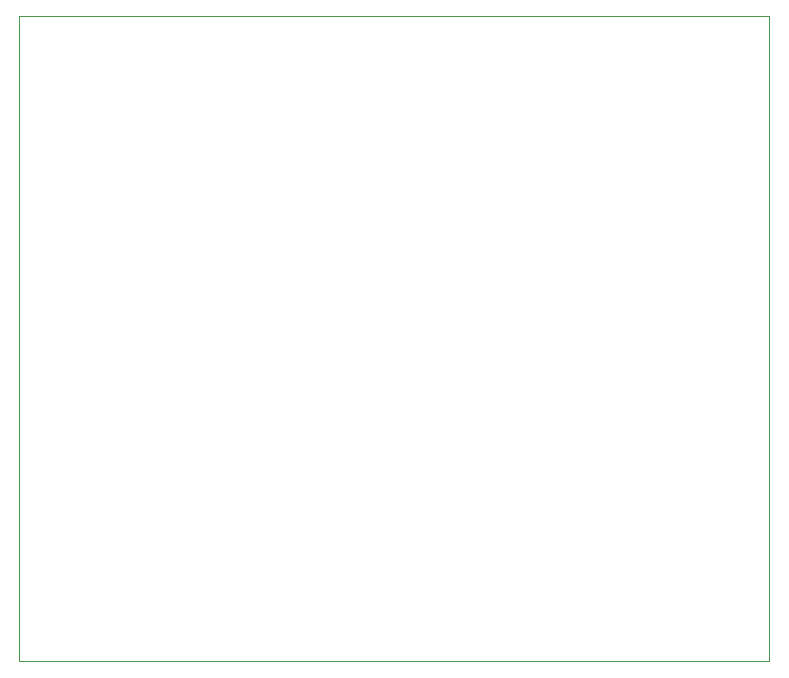
<source format=gbr>
%TF.GenerationSoftware,KiCad,Pcbnew,(5.1.6-0)*%
%TF.CreationDate,2022-05-02T17:38:10-04:00*%
%TF.ProjectId,EnvFollower,456e7646-6f6c-46c6-9f77-65722e6b6963,rev?*%
%TF.SameCoordinates,Original*%
%TF.FileFunction,Profile,NP*%
%FSLAX46Y46*%
G04 Gerber Fmt 4.6, Leading zero omitted, Abs format (unit mm)*
G04 Created by KiCad (PCBNEW (5.1.6-0)) date 2022-05-02 17:38:10*
%MOMM*%
%LPD*%
G01*
G04 APERTURE LIST*
%TA.AperFunction,Profile*%
%ADD10C,0.100000*%
%TD*%
G04 APERTURE END LIST*
D10*
X132080000Y-49530000D02*
X132080000Y-104140000D01*
X68580000Y-49530000D02*
X132080000Y-49530000D01*
X68580000Y-104140000D02*
X68580000Y-49530000D01*
X132080000Y-104140000D02*
X68580000Y-104140000D01*
M02*

</source>
